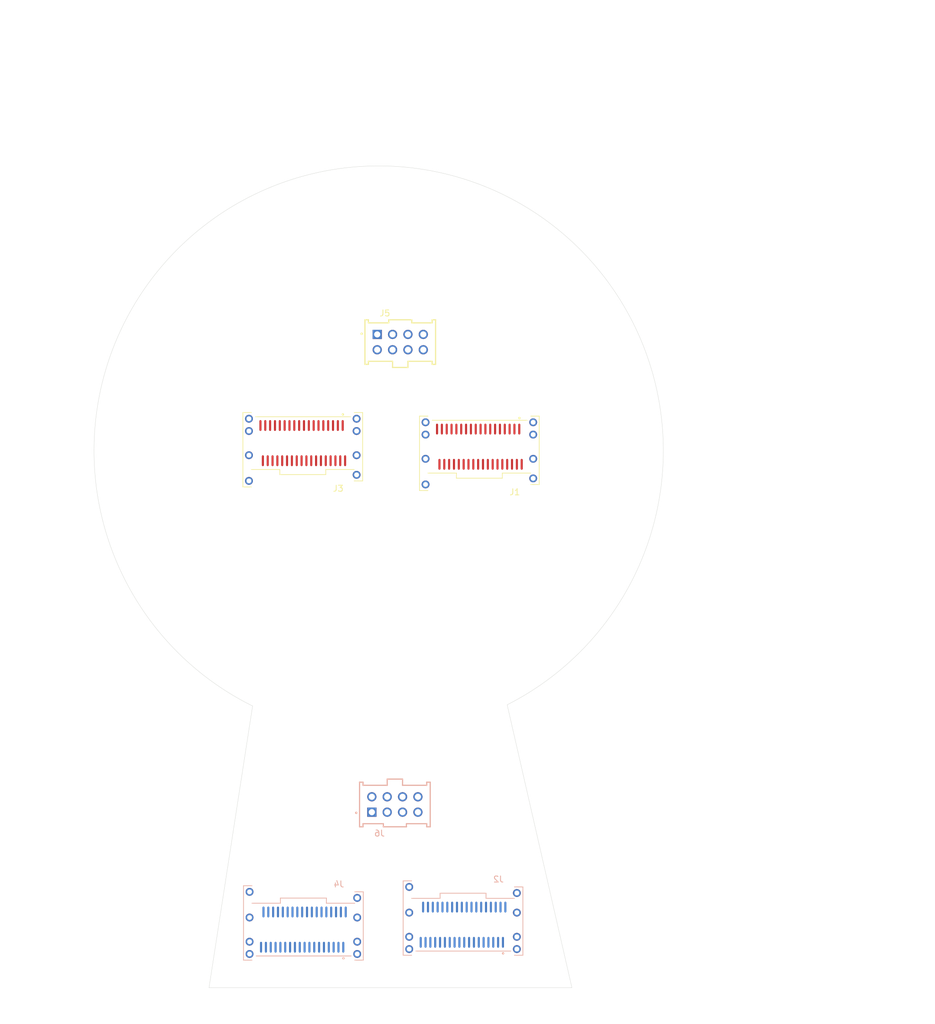
<source format=kicad_pcb>
(kicad_pcb (version 20241229) (generator "pcbnew") (generator_version "9.0")
  (layers (0 "F.Cu" signal "TopLayer") (4 "In1.Cu" signal "Inner1") (6 "In2.Cu" power "Inner2") (8 "In3.Cu" signal) (10 "In4.Cu" signal) (2 "B.Cu" signal "BottomLayer") (13 "F.Paste" user "TopPasteMaskLayer") (15 "B.Paste" user "BottomPasteMaskLayer") (5 "F.SilkS" user "TopSilkLayer") (7 "B.SilkS" user "BottomSilkLayer") (1 "F.Mask" user "TopSolderMaskLayer") (3 "B.Mask" user "BottomSolderMaskLayer") (25 "Edge.Cuts" user))
  (net 0 "")
  (net 1 "DGND")
  (net 2 "Test_point{0}_P")
  (net 3 "WORD_CLK_0a_P")
  (net 4 "SER_CLK_0a_P")
  (net 5 "DATA_OUT_1a_P")
  (net 6 "RD_CLK0a_P")
  (net 7 "WORD_CLK_1a_P")
  (net 8 "SER_CLK_1a_P")
  (net 9 "DATA_OUT_0a_P")
  (net 10 "ASIC_GR")
  (net 11 "SACI_CLK_P")
  (net 12 "ASIC{0}_SACI_SEL")
  (net 13 "ASIC_SampClkEn_P")
  (net 14 "SPARE_HR{0}_P")
  (net 15 "ASIC{0123}_DM_SN_IO")
  (net 16 "ASIC_SR0_P")
  (net 17 "SACI_CMD_P")
  (net 18 "SACI_RESP_P")
  (net 19 "ASIC_PULSE")
  (net 20 "/VDD1")
  (net 21 "AGND")
  (net 22 "/VDD2")
  (net 23 "Test_point{0}_N")
  (net 24 "RD_CLK0a_N")
  (net 25 "WORD_CLK_0a_N")
  (net 26 "DATA_OUT_1a_N")
  (net 27 "SER_CLK_0a_N")
  (net 28 "SER_CLK_1a_N")
  (net 29 "DATA_OUT_0a_N")
  (net 30 "WORD_CLK_1a_N")
  (net 31 "SPARE_HR{0}_N")
  (net 32 "SACI_RESP_N")
  (net 33 "ASIC_SampClkEn_N")
  (net 34 "SACI_CMD_N")
  (net 35 "SACI_CLK_N")
  (net 36 "ASIC_SR0_N")
  (footprint "lib:SAMTEC_IPL1-104-01-L-D-K" (layer "F.Cu") (at 99.12 65.3)
    (property "Reference" "J5" (at -2.535 -4.77 0) (layer "F.SilkS"))
    (property "Value" "IPL1-104-01-L-D-K")
    (fp_line (start -5.84 -3.685) (end -5.84 3.685) (stroke (width 0.2)) (layer "F.SilkS"))
    (fp_line (start -5.84 3.685) (end -5.27 3.685) (stroke (width 0.2)) (layer "F.SilkS"))
    (fp_line (start -5.27 -3.685) (end -5.84 -3.685) (stroke (width 0.2)) (layer "F.SilkS"))
    (fp_line (start -5.27 -3.175) (end -5.27 -3.685) (stroke (width 0.2)) (layer "F.SilkS"))
    (fp_line (start -5.27 3.175) (end -1.27 3.175) (stroke (width 0.2)) (layer "F.SilkS"))
    (fp_line (start -5.27 3.685) (end -5.27 3.175) (stroke (width 0.2)) (layer "F.SilkS"))
    (fp_line (start -1.905 -3.685) (end -1.905 -3.175) (stroke (width 0.2)) (layer "F.SilkS"))
    (fp_line (start -1.905 -3.175) (end -5.27 -3.175) (stroke (width 0.2)) (layer "F.SilkS"))
    (fp_line (start -1.27 3.175) (end -1.27 4.195) (stroke (width 0.2)) (layer "F.SilkS"))
    (fp_line (start -1.27 4.195) (end 1.27 4.195) (stroke (width 0.2)) (layer "F.SilkS"))
    (fp_line (start 1.27 3.175) (end 5.27 3.175) (stroke (width 0.2)) (layer "F.SilkS"))
    (fp_line (start 1.27 4.195) (end 1.27 3.175) (stroke (width 0.2)) (layer "F.SilkS"))
    (fp_line (start 1.905 -3.685) (end -1.905 -3.685) (stroke (width 0.2)) (layer "F.SilkS"))
    (fp_line (start 1.905 -3.175) (end 1.905 -3.685) (stroke (width 0.2)) (layer "F.SilkS"))
    (fp_line (start 5.27 -3.685) (end 5.27 -3.175) (stroke (width 0.2)) (layer "F.SilkS"))
    (fp_line (start 5.27 -3.175) (end 1.905 -3.175) (stroke (width 0.2)) (layer "F.SilkS"))
    (fp_line (start 5.27 3.175) (end 5.27 3.685) (stroke (width 0.2)) (layer "F.SilkS"))
    (fp_line (start 5.27 3.685) (end 5.84 3.685) (stroke (width 0.2)) (layer "F.SilkS"))
    (fp_line (start 5.84 -3.685) (end 5.27 -3.685) (stroke (width 0.2)) (layer "F.SilkS"))
    (fp_line (start 5.84 3.685) (end 5.84 -3.685) (stroke (width 0.2)) (layer "F.SilkS"))
    (fp_circle (center -6.39 -1.38) (end -6.29 -1.38) (stroke (width 0.2)) (fill no) (layer "F.SilkS"))
    (pad "01" thru_hole rect (at -3.81 -1.27) (size 1.53 1.53) (drill 1.02) (layers "*.Cu" "*.Mask") (net 21 "AGND"))
    (pad "02" thru_hole circle (at -1.27 -1.27) (size 1.53 1.53) (drill 1.02) (layers "*.Cu" "*.Mask") (net 21 "AGND"))
    (pad "03" thru_hole circle (at 1.27 -1.27) (size 1.53 1.53) (drill 1.02) (layers "*.Cu" "*.Mask") (net 21 "AGND"))
    (pad "04" thru_hole circle (at 3.81 -1.27) (size 1.53 1.53) (drill 1.02) (layers "*.Cu" "*.Mask") (net 21 "AGND"))
    (pad "05" thru_hole circle (at -3.81 1.27) (size 1.53 1.53) (drill 1.02) (layers "*.Cu" "*.Mask") (net 22 "/VDD2"))
    (pad "06" thru_hole circle (at -1.27 1.27) (size 1.53 1.53) (drill 1.02) (layers "*.Cu" "*.Mask") (net 22 "/VDD2"))
    (pad "07" thru_hole circle (at 1.27 1.27) (size 1.53 1.53) (drill 1.02) (layers "*.Cu" "*.Mask") (net 20 "/VDD1"))
    (pad "08" thru_hole circle (at 3.81 1.27) (size 1.53 1.53) (drill 1.02) (layers "*.Cu" "*.Mask") (net 20 "/VDD1"))
  )
  (footprint "Connector_SATA_SAS:SATA" (layer "F.Cu") (at 83 82 180)
    (property "Reference" "J3" (at -5.86251 -7.50645 180) (layer "F.SilkS") (effects (font (size 1.001795 1.001795))))
    (property "Value" "CONN_MINI_SAS_RCPT_36POS_SLD_SMD")
    (fp_line (start 9.9 5.05) (end 8.5 5.05) (stroke (width 0.127)) (layer "F.SilkS"))
    (fp_line (start 9.9 -7.25) (end 9.9 5.05) (stroke (width 0.127)) (layer "F.SilkS"))
    (fp_line (start 8.5 -4.36) (end 3.8 -4.36) (stroke (width 0.127)) (layer "F.SilkS"))
    (fp_line (start 8.5 -7.25) (end 9.9 -7.25) (stroke (width 0.127)) (layer "F.SilkS"))
    (fp_line (start 3.8 -5.207) (end 3.8 -4.36) (stroke (width 0.127)) (layer "F.SilkS"))
    (fp_line (start -3.8 -4.36) (end -3.8 -5.207) (stroke (width 0.127)) (layer "F.SilkS"))
    (fp_line (start -3.8 -4.36) (end -8.5 -4.36) (stroke (width 0.127)) (layer "F.SilkS"))
    (fp_line (start -3.8 -5.207) (end 3.8 -5.207) (stroke (width 0.127)) (layer "F.SilkS"))
    (fp_line (start -7.9 4.36) (end 7.8 4.36) (stroke (width 0.127)) (layer "F.SilkS"))
    (fp_line (start -8.5 5.05) (end -9.9 5.05) (stroke (width 0.127)) (layer "F.SilkS"))
    (fp_line (start -9.9 5.05) (end -9.9 -6.25) (stroke (width 0.127)) (layer "F.SilkS"))
    (fp_line (start -9.9 -6.25) (end -8.5 -6.25) (stroke (width 0.127)) (layer "F.SilkS"))
    (fp_circle (center -6.627 4.738) (end -6.527 4.738) (stroke (width 0.2)) (fill no) (layer "F.SilkS"))
    (pad "" np_thru_hole circle (at -8 0 180) (size 1.55 1.55) (drill 1.55) (layers "*.Cu" "*.Mask"))
    (pad "" np_thru_hole circle (at 8 0 180) (size 1.55 1.55) (drill 1.55) (layers "*.Cu" "*.Mask"))
    (pad "A1" smd oval (at -6.6 2.91 180) (size 0.35 1.8) (layers "F.Cu" "F.Mask" "F.Paste") (net 1 "DGND"))
    (pad "A2" smd oval (at -5.8 2.91 180) (size 0.35 1.8) (layers "F.Cu" "F.Mask" "F.Paste") (net 12 "ASIC{0}_SACI_SEL"))
    (pad "A3" smd oval (at -5 2.91 180) (size 0.35 1.8) (layers "F.Cu" "F.Mask" "F.Paste") (net 15 "ASIC{0123}_DM_SN_IO"))
    (pad "A4" smd oval (at -4.2 2.91 180) (size 0.35 1.8) (layers "F.Cu" "F.Mask" "F.Paste") (net 1 "DGND"))
    (pad "A5" smd oval (at -3.4 2.91 180) (size 0.35 1.8) (layers "F.Cu" "F.Mask" "F.Paste") (net 13 "ASIC_SampClkEn_P"))
    (pad "A6" smd oval (at -2.6 2.91 180) (size 0.35 1.8) (layers "F.Cu" "F.Mask" "F.Paste") (net 33 "ASIC_SampClkEn_N"))
    (pad "A7" smd oval (at -1.8 2.91 180) (size 0.35 1.8) (layers "F.Cu" "F.Mask" "F.Paste") (net 1 "DGND"))
    (pad "A8" smd oval (at -1 2.91 180) (size 0.35 1.8) (layers "F.Cu" "F.Mask" "F.Paste") (net 1 "DGND"))
    (pad "A9" smd oval (at -0.2 2.91 180) (size 0.35 1.8) (layers "F.Cu" "F.Mask" "F.Paste") (net 1 "DGND"))
    (pad "A10" smd oval (at 0.6 2.91 180) (size 0.35 1.8) (layers "F.Cu" "F.Mask" "F.Paste") (net 1 "DGND"))
    (pad "A11" smd oval (at 1.4 2.91 180) (size 0.35 1.8) (layers "F.Cu" "F.Mask" "F.Paste") (net 1 "DGND"))
    (pad "A12" smd oval (at 2.2 2.91 180) (size 0.35 1.8) (layers "F.Cu" "F.Mask" "F.Paste") (net 1 "DGND"))
    (pad "A13" smd oval (at 3 2.91 180) (size 0.35 1.8) (layers "F.Cu" "F.Mask" "F.Paste") (net 10 "ASIC_GR"))
    (pad "A14" smd oval (at 3.8 2.91 180) (size 0.35 1.8) (layers "F.Cu" "F.Mask" "F.Paste") (net 19 "ASIC_PULSE"))
    (pad "A15" smd oval (at 4.6 2.91 180) (size 0.35 1.8) (layers "F.Cu" "F.Mask" "F.Paste") (net 1 "DGND"))
    (pad "A16" smd oval (at 5.4 2.91 180) (size 0.35 1.8) (layers "F.Cu" "F.Mask" "F.Paste") (net 14 "SPARE_HR{0}_P"))
    (pad "A17" smd oval (at 6.2 2.91 180) (size 0.35 1.8) (layers "F.Cu" "F.Mask" "F.Paste") (net 31 "SPARE_HR{0}_N"))
    (pad "A18" smd oval (at 7 2.91 180) (size 0.35 1.8) (layers "F.Cu" "F.Mask" "F.Paste") (net 1 "DGND"))
    (pad "B1" smd oval (at -7 -2.91 180) (size 0.35 1.8) (layers "F.Cu" "F.Mask" "F.Paste") (net 1 "DGND"))
    (pad "B2" smd oval (at -6.2 -2.91 180) (size 0.35 1.8) (layers "F.Cu" "F.Mask" "F.Paste") (net 18 "SACI_RESP_P"))
    (pad "B3" smd oval (at -5.4 -2.91 180) (size 0.35 1.8) (layers "F.Cu" "F.Mask" "F.Paste") (net 32 "SACI_RESP_N"))
    (pad "B4" smd oval (at -4.6 -2.91 180) (size 0.35 1.8) (layers "F.Cu" "F.Mask" "F.Paste") (net 1 "DGND"))
    (pad "B5" smd oval (at -3.8 -2.91 180) (size 0.35 1.8) (layers "F.Cu" "F.Mask" "F.Paste") (net 17 "SACI_CMD_P"))
    (pad "B6" smd oval (at -3 -2.91 180) (size 0.35 1.8) (layers "F.Cu" "F.Mask" "F.Paste") (net 34 "SACI_CMD_N"))
    (pad "B7" smd oval (at -2.2 -2.91 180) (size 0.35 1.8) (layers "F.Cu" "F.Mask" "F.Paste") (net 1 "DGND"))
    (pad "B8" smd oval (at -1.4 -2.91 180) (size 0.35 1.8) (layers "F.Cu" "F.Mask" "F.Paste") (net 1 "DGND"))
    (pad "B9" smd oval (at -0.6 -2.91 180) (size 0.35 1.8) (layers "F.Cu" "F.Mask" "F.Paste") (net 1 "DGND"))
    (pad "B10" smd oval (at 0.2 -2.91 180) (size 0.35 1.8) (layers "F.Cu" "F.Mask" "F.Paste") (net 1 "DGND"))
    (pad "B11" smd oval (at 1 -2.91 180) (size 0.35 1.8) (layers "F.Cu" "F.Mask" "F.Paste") (net 1 "DGND"))
    (pad "B12" smd oval (at 1.8 -2.91 180) (size 0.35 1.8) (layers "F.Cu" "F.Mask" "F.Paste") (net 1 "DGND"))
    (pad "B13" smd oval (at 2.6 -2.91 180) (size 0.35 1.8) (layers "F.Cu" "F.Mask" "F.Paste") (net 11 "SACI_CLK_P"))
    (pad "B14" smd oval (at 3.4 -2.91 180) (size 0.35 1.8) (layers "F.Cu" "F.Mask" "F.Paste") (net 35 "SACI_CLK_N"))
    (pad "B15" smd oval (at 4.2 -2.91 180) (size 0.35 1.8) (layers "F.Cu" "F.Mask" "F.Paste") (net 1 "DGND"))
    (pad "B16" smd oval (at 5 -2.91 180) (size 0.35 1.8) (layers "F.Cu" "F.Mask" "F.Paste") (net 16 "ASIC_SR0_P"))
    (pad "B17" smd oval (at 5.8 -2.91 180) (size 0.35 1.8) (layers "F.Cu" "F.Mask" "F.Paste") (net 36 "ASIC_SR0_N"))
    (pad "B18" smd oval (at 6.6 -2.91 180) (size 0.35 1.8) (layers "F.Cu" "F.Mask" "F.Paste") (net 1 "DGND"))
    (pad "S1" thru_hole circle (at -8.9 -5.24 180) (size 1.308 1.308) (drill 0.8) (layers "*.Cu" "*.Mask"))
    (pad "S2" thru_hole circle (at -8.9 -2 180) (size 1.308 1.308) (drill 0.8) (layers "*.Cu" "*.Mask"))
    (pad "S3" thru_hole circle (at -8.9 2 180) (size 1.308 1.308) (drill 0.8) (layers "*.Cu" "*.Mask"))
    (pad "S4" thru_hole circle (at -8.9 4.03 180) (size 1.308 1.308) (drill 0.8) (layers "*.Cu" "*.Mask"))
    (pad "S5" thru_hole circle (at 8.9 4.03 180) (size 1.308 1.308) (drill 0.8) (layers "*.Cu" "*.Mask"))
    (pad "S6" thru_hole circle (at 8.9 2 180) (size 1.308 1.308) (drill 0.8) (layers "*.Cu" "*.Mask"))
    (pad "S7" thru_hole circle (at 8.9 -2 180) (size 1.308 1.308) (drill 0.8) (layers "*.Cu" "*.Mask"))
    (pad "S8" thru_hole circle (at 8.9 -6.24 180) (size 1.308 1.308) (drill 0.8) (layers "*.Cu" "*.Mask"))
  )
  (footprint "Connector_SATA_SAS:SATA" (layer "F.Cu") (at 112.2 82.59 180)
    (property "Reference" "J1" (at -5.86251 -7.50645 180) (layer "F.SilkS") (effects (font (size 1.001795 1.001795))))
    (property "Value" "CONN_MINI_SAS_RCPT_36POS_SLD_SMD")
    (fp_line (start 9.9 5.05) (end 8.5 5.05) (stroke (width 0.127)) (layer "F.SilkS"))
    (fp_line (start 9.9 -7.25) (end 9.9 5.05) (stroke (width 0.127)) (layer "F.SilkS"))
    (fp_line (start 8.5 -4.36) (end 3.8 -4.36) (stroke (width 0.127)) (layer "F.SilkS"))
    (fp_line (start 8.5 -7.25) (end 9.9 -7.25) (stroke (width 0.127)) (layer "F.SilkS"))
    (fp_line (start 3.8 -5.207) (end 3.8 -4.36) (stroke (width 0.127)) (layer "F.SilkS"))
    (fp_line (start -3.8 -4.36) (end -3.8 -5.207) (stroke (width 0.127)) (layer "F.SilkS"))
    (fp_line (start -3.8 -4.36) (end -8.5 -4.36) (stroke (width 0.127)) (layer "F.SilkS"))
    (fp_line (start -3.8 -5.207) (end 3.8 -5.207) (stroke (width 0.127)) (layer "F.SilkS"))
    (fp_line (start -7.9 4.36) (end 7.8 4.36) (stroke (width 0.127)) (layer "F.SilkS"))
    (fp_line (start -8.5 5.05) (end -9.9 5.05) (stroke (width 0.127)) (layer "F.SilkS"))
    (fp_line (start -9.9 5.05) (end -9.9 -6.25) (stroke (width 0.127)) (layer "F.SilkS"))
    (fp_line (start -9.9 -6.25) (end -8.5 -6.25) (stroke (width 0.127)) (layer "F.SilkS"))
    (fp_circle (center -6.627 4.738) (end -6.527 4.738) (stroke (width 0.2)) (fill no) (layer "F.SilkS"))
    (pad "" np_thru_hole circle (at -8 0 180) (size 1.55 1.55) (drill 1.55) (layers "*.Cu" "*.Mask"))
    (pad "" np_thru_hole circle (at 8 0 180) (size 1.55 1.55) (drill 1.55) (layers "*.Cu" "*.Mask"))
    (pad "A1" smd oval (at -6.6 2.91 180) (size 0.35 1.8) (layers "F.Cu" "F.Mask" "F.Paste") (net 1 "DGND"))
    (pad "A2" smd oval (at -5.8 2.91 180) (size 0.35 1.8) (layers "F.Cu" "F.Mask" "F.Paste") (net 5 "DATA_OUT_1a_P"))
    (pad "A3" smd oval (at -5 2.91 180) (size 0.35 1.8) (layers "F.Cu" "F.Mask" "F.Paste") (net 26 "DATA_OUT_1a_N"))
    (pad "A4" smd oval (at -4.2 2.91 180) (size 0.35 1.8) (layers "F.Cu" "F.Mask" "F.Paste") (net 1 "DGND"))
    (pad "A5" smd oval (at -3.4 2.91 180) (size 0.35 1.8) (layers "F.Cu" "F.Mask" "F.Paste") (net 8 "SER_CLK_1a_P"))
    (pad "A6" smd oval (at -2.6 2.91 180) (size 0.35 1.8) (layers "F.Cu" "F.Mask" "F.Paste") (net 28 "SER_CLK_1a_N"))
    (pad "A7" smd oval (at -1.8 2.91 180) (size 0.35 1.8) (layers "F.Cu" "F.Mask" "F.Paste") (net 1 "DGND"))
    (pad "A8" smd oval (at -1 2.91 180) (size 0.35 1.8) (layers "F.Cu" "F.Mask" "F.Paste") (net 1 "DGND"))
    (pad "A9" smd oval (at -0.2 2.91 180) (size 0.35 1.8) (layers "F.Cu" "F.Mask" "F.Paste") (net 1 "DGND"))
    (pad "A10" smd oval (at 0.6 2.91 180) (size 0.35 1.8) (layers "F.Cu" "F.Mask" "F.Paste") (net 1 "DGND"))
    (pad "A11" smd oval (at 1.4 2.91 180) (size 0.35 1.8) (layers "F.Cu" "F.Mask" "F.Paste") (net 1 "DGND"))
    (pad "A12" smd oval (at 2.2 2.91 180) (size 0.35 1.8) (layers "F.Cu" "F.Mask" "F.Paste") (net 1 "DGND"))
    (pad "A13" smd oval (at 3 2.91 180) (size 0.35 1.8) (layers "F.Cu" "F.Mask" "F.Paste") (net 7 "WORD_CLK_1a_P"))
    (pad "A14" smd oval (at 3.8 2.91 180) (size 0.35 1.8) (layers "F.Cu" "F.Mask" "F.Paste") (net 30 "WORD_CLK_1a_N"))
    (pad "A15" smd oval (at 4.6 2.91 180) (size 0.35 1.8) (layers "F.Cu" "F.Mask" "F.Paste") (net 1 "DGND"))
    (pad "A16" smd oval (at 5.4 2.91 180) (size 0.35 1.8) (layers "F.Cu" "F.Mask" "F.Paste") (net 2 "Test_point{0}_P"))
    (pad "A17" smd oval (at 6.2 2.91 180) (size 0.35 1.8) (layers "F.Cu" "F.Mask" "F.Paste") (net 23 "Test_point{0}_N"))
    (pad "A18" smd oval (at 7 2.91 180) (size 0.35 1.8) (layers "F.Cu" "F.Mask" "F.Paste") (net 1 "DGND"))
    (pad "B1" smd oval (at -7 -2.91 180) (size 0.35 1.8) (layers "F.Cu" "F.Mask" "F.Paste") (net 1 "DGND"))
    (pad "B2" smd oval (at -6.2 -2.91 180) (size 0.35 1.8) (layers "F.Cu" "F.Mask" "F.Paste") (net 9 "DATA_OUT_0a_P"))
    (pad "B3" smd oval (at -5.4 -2.91 180) (size 0.35 1.8) (layers "F.Cu" "F.Mask" "F.Paste") (net 29 "DATA_OUT_0a_N"))
    (pad "B4" smd oval (at -4.6 -2.91 180) (size 0.35 1.8) (layers "F.Cu" "F.Mask" "F.Paste") (net 1 "DGND"))
    (pad "B5" smd oval (at -3.8 -2.91 180) (size 0.35 1.8) (layers "F.Cu" "F.Mask" "F.Paste") (net 4 "SER_CLK_0a_P"))
    (pad "B6" smd oval (at -3 -2.91 180) (size 0.35 1.8) (layers "F.Cu" "F.Mask" "F.Paste") (net 27 "SER_CLK_0a_N"))
    (pad "B7" smd oval (at -2.2 -2.91 180) (size 0.35 1.8) (layers "F.Cu" "F.Mask" "F.Paste") (net 1 "DGND"))
    (pad "B8" smd oval (at -1.4 -2.91 180) (size 0.35 1.8) (layers "F.Cu" "F.Mask" "F.Paste") (net 1 "DGND"))
    (pad "B9" smd oval (at -0.6 -2.91 180) (size 0.35 1.8) (layers "F.Cu" "F.Mask" "F.Paste") (net 1 "DGND"))
    (pad "B10" smd oval (at 0.2 -2.91 180) (size 0.35 1.8) (layers "F.Cu" "F.Mask" "F.Paste") (net 1 "DGND"))
    (pad "B11" smd oval (at 1 -2.91 180) (size 0.35 1.8) (layers "F.Cu" "F.Mask" "F.Paste") (net 1 "DGND"))
    (pad "B12" smd oval (at 1.8 -2.91 180) (size 0.35 1.8) (layers "F.Cu" "F.Mask" "F.Paste") (net 1 "DGND"))
    (pad "B13" smd oval (at 2.6 -2.91 180) (size 0.35 1.8) (layers "F.Cu" "F.Mask" "F.Paste") (net 3 "WORD_CLK_0a_P"))
    (pad "B14" smd oval (at 3.4 -2.91 180) (size 0.35 1.8) (layers "F.Cu" "F.Mask" "F.Paste") (net 25 "WORD_CLK_0a_N"))
    (pad "B15" smd oval (at 4.2 -2.91 180) (size 0.35 1.8) (layers "F.Cu" "F.Mask" "F.Paste") (net 1 "DGND"))
    (pad "B16" smd oval (at 5 -2.91 180) (size 0.35 1.8) (layers "F.Cu" "F.Mask" "F.Paste") (net 6 "RD_CLK0a_P"))
    (pad "B17" smd oval (at 5.8 -2.91 180) (size 0.35 1.8) (layers "F.Cu" "F.Mask" "F.Paste") (net 24 "RD_CLK0a_N"))
    (pad "B18" smd oval (at 6.6 -2.91 180) (size 0.35 1.8) (layers "F.Cu" "F.Mask" "F.Paste") (net 1 "DGND"))
    (pad "S1" thru_hole circle (at -8.9 -5.24 180) (size 1.308 1.308) (drill 0.8) (layers "*.Cu" "*.Mask"))
    (pad "S2" thru_hole circle (at -8.9 -2 180) (size 1.308 1.308) (drill 0.8) (layers "*.Cu" "*.Mask"))
    (pad "S3" thru_hole circle (at -8.9 2 180) (size 1.308 1.308) (drill 0.8) (layers "*.Cu" "*.Mask"))
    (pad "S4" thru_hole circle (at -8.9 4.03 180) (size 1.308 1.308) (drill 0.8) (layers "*.Cu" "*.Mask"))
    (pad "S5" thru_hole circle (at 8.9 4.03 180) (size 1.308 1.308) (drill 0.8) (layers "*.Cu" "*.Mask"))
    (pad "S6" thru_hole circle (at 8.9 2 180) (size 1.308 1.308) (drill 0.8) (layers "*.Cu" "*.Mask"))
    (pad "S7" thru_hole circle (at 8.9 -2 180) (size 1.308 1.308) (drill 0.8) (layers "*.Cu" "*.Mask"))
    (pad "S8" thru_hole circle (at 8.9 -6.24 180) (size 1.308 1.308) (drill 0.8) (layers "*.Cu" "*.Mask"))
  )
  (footprint "MountingHole:MountingHole_3mm" (layer "F.Cu") (at 98.7 99.15)
    (property "Reference" "REF**" (hide yes))
    (property "Value" "MountingHole_3mm")
    (pad "" np_thru_hole circle (at 0 0) (size 3 3) (drill 3) (layers "*.Cu" "*.Mask"))
  )
  (footprint "Connector_SATA_SAS:SATA" (layer "B.Cu") (at 83.1 162.41 180)
    (property "Reference" "J4" (at -5.86251 7.50645 0) (layer "B.SilkS") (effects (font (size 1.001795 1.001795)) (justify mirror)))
    (property "Value" "CONN_MINI_SAS_RCPT_36POS_SLD_SMD")
    (fp_line (start 9.9 7.25) (end 9.9 -5.05) (stroke (width 0.127)) (layer "B.SilkS"))
    (fp_line (start 9.9 -5.05) (end 8.5 -5.05) (stroke (width 0.127)) (layer "B.SilkS"))
    (fp_line (start 8.5 7.25) (end 9.9 7.25) (stroke (width 0.127)) (layer "B.SilkS"))
    (fp_line (start 8.5 4.36) (end 3.8 4.36) (stroke (width 0.127)) (layer "B.SilkS"))
    (fp_line (start 3.8 5.207) (end 3.8 4.36) (stroke (width 0.127)) (layer "B.SilkS"))
    (fp_line (start -3.8 5.207) (end 3.8 5.207) (stroke (width 0.127)) (layer "B.SilkS"))
    (fp_line (start -3.8 4.36) (end -3.8 5.207) (stroke (width 0.127)) (layer "B.SilkS"))
    (fp_line (start -3.8 4.36) (end -8.5 4.36) (stroke (width 0.127)) (layer "B.SilkS"))
    (fp_line (start -7.9 -4.36) (end 7.8 -4.36) (stroke (width 0.127)) (layer "B.SilkS"))
    (fp_line (start -8.5 -5.05) (end -9.9 -5.05) (stroke (width 0.127)) (layer "B.SilkS"))
    (fp_line (start -9.9 6.25) (end -8.5 6.25) (stroke (width 0.127)) (layer "B.SilkS"))
    (fp_line (start -9.9 -5.05) (end -9.9 6.25) (stroke (width 0.127)) (layer "B.SilkS"))
    (fp_circle (center -6.627 -4.738) (end -6.527 -4.738) (stroke (width 0.2)) (fill no) (layer "B.SilkS"))
    (pad "" np_thru_hole circle (at -8 0 180) (size 1.55 1.55) (drill 1.55) (layers "*.Cu" "*.Mask"))
    (pad "" np_thru_hole circle (at 8 0 180) (size 1.55 1.55) (drill 1.55) (layers "*.Cu" "*.Mask"))
    (pad "A1" smd oval (at -6.6 -2.91 180) (size 0.35 1.8) (layers "B.Cu" "B.Mask" "B.Paste") (net 1 "DGND"))
    (pad "A2" smd oval (at -5.8 -2.91 180) (size 0.35 1.8) (layers "B.Cu" "B.Mask" "B.Paste") (net 12 "ASIC{0}_SACI_SEL"))
    (pad "A3" smd oval (at -5 -2.91 180) (size 0.35 1.8) (layers "B.Cu" "B.Mask" "B.Paste") (net 15 "ASIC{0123}_DM_SN_IO"))
    (pad "A4" smd oval (at -4.2 -2.91 180) (size 0.35 1.8) (layers "B.Cu" "B.Mask" "B.Paste") (net 1 "DGND"))
    (pad "A5" smd oval (at -3.4 -2.91 180) (size 0.35 1.8) (layers "B.Cu" "B.Mask" "B.Paste") (net 13 "ASIC_SampClkEn_P"))
    (pad "A6" smd oval (at -2.6 -2.91 180) (size 0.35 1.8) (layers "B.Cu" "B.Mask" "B.Paste") (net 33 "ASIC_SampClkEn_N"))
    (pad "A7" smd oval (at -1.8 -2.91 180) (size 0.35 1.8) (layers "B.Cu" "B.Mask" "B.Paste") (net 1 "DGND"))
    (pad "A8" smd oval (at -1 -2.91 180) (size 0.35 1.8) (layers "B.Cu" "B.Mask" "B.Paste") (net 1 "DGND"))
    (pad "A9" smd oval (at -0.2 -2.91 180) (size 0.35 1.8) (layers "B.Cu" "B.Mask" "B.Paste") (net 1 "DGND"))
    (pad "A10" smd oval (at 0.6 -2.91 180) (size 0.35 1.8) (layers "B.Cu" "B.Mask" "B.Paste") (net 1 "DGND"))
    (pad "A11" smd oval (at 1.4 -2.91 180) (size 0.35 1.8) (layers "B.Cu" "B.Mask" "B.Paste") (net 1 "DGND"))
    (pad "A12" smd oval (at 2.2 -2.91 180) (size 0.35 1.8) (layers "B.Cu" "B.Mask" "B.Paste") (net 1 "DGND"))
    (pad "A13" smd oval (at 3 -2.91 180) (size 0.35 1.8) (layers "B.Cu" "B.Mask" "B.Paste") (net 10 "ASIC_GR"))
    (pad "A14" smd oval (at 3.8 -2.91 180) (size 0.35 1.8) (layers "B.Cu" "B.Mask" "B.Paste") (net 19 "ASIC_PULSE"))
    (pad "A15" smd oval (at 4.6 -2.91 180) (size 0.35 1.8) (layers "B.Cu" "B.Mask" "B.Paste") (net 1 "DGND"))
    (pad "A16" smd oval (at 5.4 -2.91 180) (size 0.35 1.8) (layers "B.Cu" "B.Mask" "B.Paste") (net 14 "SPARE_HR{0}_P"))
    (pad "A17" smd oval (at 6.2 -2.91 180) (size 0.35 1.8) (layers "B.Cu" "B.Mask" "B.Paste") (net 31 "SPARE_HR{0}_N"))
    (pad "A18" smd oval (at 7 -2.91 180) (size 0.35 1.8) (layers "B.Cu" "B.Mask" "B.Paste") (net 1 "DGND"))
    (pad "B1" smd oval (at -7 2.91 180) (size 0.35 1.8) (layers "B.Cu" "B.Mask" "B.Paste") (net 1 "DGND"))
    (pad "B2" smd oval (at -6.2 2.91 180) (size 0.35 1.8) (layers "B.Cu" "B.Mask" "B.Paste") (net 18 "SACI_RESP_P"))
    (pad "B3" smd oval (at -5.4 2.91 180) (size 0.35 1.8) (layers "B.Cu" "B.Mask" "B.Paste") (net 32 "SACI_RESP_N"))
    (pad "B4" smd oval (at -4.6 2.91 180) (size 0.35 1.8) (layers "B.Cu" "B.Mask" "B.Paste") (net 1 "DGND"))
    (pad "B5" smd oval (at -3.8 2.91 180) (size 0.35 1.8) (layers "B.Cu" "B.Mask" "B.Paste") (net 17 "SACI_CMD_P"))
    (pad "B6" smd oval (at -3 2.91 180) (size 0.35 1.8) (layers "B.Cu" "B.Mask" "B.Paste") (net 34 "SACI_CMD_N"))
    (pad "B7" smd oval (at -2.2 2.91 180) (size 0.35 1.8) (layers "B.Cu" "B.Mask" "B.Paste") (net 1 "DGND"))
    (pad "B8" smd oval (at -1.4 2.91 180) (size 0.35 1.8) (layers "B.Cu" "B.Mask" "B.Paste") (net 1 "DGND"))
    (pad "B9" smd oval (at -0.6 2.91 180) (size 0.35 1.8) (layers "B.Cu" "B.Mask" "B.Paste") (net 1 "DGND"))
    (pad "B10" smd oval (at 0.2 2.91 180) (size 0.35 1.8) (layers "B.Cu" "B.Mask" "B.Paste") (net 1 "DGND"))
    (pad "B11" smd oval (at 1 2.91 180) (size 0.35 1.8) (layers "B.Cu" "B.Mask" "B.Paste") (net 1 "DGND"))
    (pad "B12" smd oval (at 1.8 2.91 180) (size 0.35 1.8) (layers "B.Cu" "B.Mask" "B.Paste") (net 1 "DGND"))
    (pad "B13" smd oval (at 2.6 2.91 180) (size 0.35 1.8) (layers "B.Cu" "B.Mask" "B.Paste") (net 11 "SACI_CLK_P"))
    (pad "B14" smd oval (at 3.4 2.91 180) (size 0.35 1.8) (layers "B.Cu" "B.Mask" "B.Paste") (net 35 "SACI_CLK_N"))
    (pad "B15" smd oval (at 4.2 2.91 180) (size 0.35 1.8) (layers "B.Cu" "B.Mask" "B.Paste") (net 1 "DGND"))
    (pad "B16" smd oval (at 5 2.91 180) (size 0.35 1.8) (layers "B.Cu" "B.Mask" "B.Paste") (net 16 "ASIC_SR0_P"))
    (pad "B17" smd oval (at 5.8 2.91 180) (size 0.35 1.8) (layers "B.Cu" "B.Mask" "B.Paste") (net 36 "ASIC_SR0_N"))
    (pad "B18" smd oval (at 6.6 2.91 180) (size 0.35 1.8) (layers "B.Cu" "B.Mask" "B.Paste") (net 1 "DGND"))
    (pad "S1" thru_hole circle (at -8.9 5.24 180) (size 1.308 1.308) (drill 0.8) (layers "*.Cu" "*.Mask"))
    (pad "S2" thru_hole circle (at -8.9 2 180) (size 1.308 1.308) (drill 0.8) (layers "*.Cu" "*.Mask"))
    (pad "S3" thru_hole circle (at -8.9 -2 180) (size 1.308 1.308) (drill 0.8) (layers "*.Cu" "*.Mask"))
    (pad "S4" thru_hole circle (at -8.9 -4.03 180) (size 1.308 1.308) (drill 0.8) (layers "*.Cu" "*.Mask"))
    (pad "S5" thru_hole circle (at 8.9 -4.03 180) (size 1.308 1.308) (drill 0.8) (layers "*.Cu" "*.Mask"))
    (pad "S6" thru_hole circle (at 8.9 -2 180) (size 1.308 1.308) (drill 0.8) (layers "*.Cu" "*.Mask"))
    (pad "S7" thru_hole circle (at 8.9 2 180) (size 1.308 1.308) (drill 0.8) (layers "*.Cu" "*.Mask"))
    (pad "S8" thru_hole circle (at 8.9 6.24 180) (size 1.308 1.308) (drill 0.8) (layers "*.Cu" "*.Mask"))
  )
  (footprint "Connector_SATA_SAS:SATA" (layer "B.Cu") (at 109.5 161.6 180)
    (property "Reference" "J2" (at -5.86251 7.50645 0) (layer "B.SilkS") (effects (font (size 1.001795 1.001795)) (justify mirror)))
    (property "Value" "CONN_MINI_SAS_RCPT_36POS_SLD_SMD")
    (fp_line (start 9.9 7.25) (end 9.9 -5.05) (stroke (width 0.127)) (layer "B.SilkS"))
    (fp_line (start 9.9 -5.05) (end 8.5 -5.05) (stroke (width 0.127)) (layer "B.SilkS"))
    (fp_line (start 8.5 7.25) (end 9.9 7.25) (stroke (width 0.127)) (layer "B.SilkS"))
    (fp_line (start 8.5 4.36) (end 3.8 4.36) (stroke (width 0.127)) (layer "B.SilkS"))
    (fp_line (start 3.8 5.207) (end 3.8 4.36) (stroke (width 0.127)) (layer "B.SilkS"))
    (fp_line (start -3.8 5.207) (end 3.8 5.207) (stroke (width 0.127)) (layer "B.SilkS"))
    (fp_line (start -3.8 4.36) (end -3.8 5.207) (stroke (width 0.127)) (layer "B.SilkS"))
    (fp_line (start -3.8 4.36) (end -8.5 4.36) (stroke (width 0.127)) (layer "B.SilkS"))
    (fp_line (start -7.9 -4.36) (end 7.8 -4.36) (stroke (width 0.127)) (layer "B.SilkS"))
    (fp_line (start -8.5 -5.05) (end -9.9 -5.05) (stroke (width 0.127)) (layer "B.SilkS"))
    (fp_line (start -9.9 6.25) (end -8.5 6.25) (stroke (width 0.127)) (layer "B.SilkS"))
    (fp_line (start -9.9 -5.05) (end -9.9 6.25) (stroke (width 0.127)) (layer "B.SilkS"))
    (fp_circle (center -6.627 -4.738) (end -6.527 -4.738) (stroke (width 0.2)) (fill no) (layer "B.SilkS"))
    (pad "" np_thru_hole circle (at -8 0 180) (size 1.55 1.55) (drill 1.55) (layers "*.Cu" "*.Mask"))
    (pad "" np_thru_hole circle (at 8 0 180) (size 1.55 1.55) (drill 1.55) (layers "*.Cu" "*.Mask"))
    (pad "A1" smd oval (at -6.6 -2.91 180) (size 0.35 1.8) (layers "B.Cu" "B.Mask" "B.Paste") (net 1 "DGND"))
    (pad "A2" smd oval (at -5.8 -2.91 180) (size 0.35 1.8) (layers "B.Cu" "B.Mask" "B.Paste") (net 5 "DATA_OUT_1a_P"))
    (pad "A3" smd oval (at -5 -2.91 180) (size 0.35 1.8) (layers "B.Cu" "B.Mask" "B.Paste") (net 26 "DATA_OUT_1a_N"))
    (pad "A4" smd oval (at -4.2 -2.91 180) (size 0.35 1.8) (layers "B.Cu" "B.Mask" "B.Paste") (net 1 "DGND"))
    (pad "A5" smd oval (at -3.4 -2.91 180) (size 0.35 1.8) (layers "B.Cu" "B.Mask" "B.Paste") (net 8 "SER_CLK_1a_P"))
    (pad "A6" smd oval (at -2.6 -2.91 180) (size 0.35 1.8) (layers "B.Cu" "B.Mask" "B.Paste") (net 28 "SER_CLK_1a_N"))
    (pad "A7" smd oval (at -1.8 -2.91 180) (size 0.35 1.8) (layers "B.Cu" "B.Mask" "B.Paste") (net 1 "DGND"))
    (pad "A8" smd oval (at -1 -2.91 180) (size 0.35 1.8) (layers "B.Cu" "B.Mask" "B.Paste") (net 1 "DGND"))
    (pad "A9" smd oval (at -0.2 -2.91 180) (size 0.35 1.8) (layers "B.Cu" "B.Mask" "B.Paste") (net 1 "DGND"))
    (pad "A10" smd oval (at 0.6 -2.91 180) (size 0.35 1.8) (layers "B.Cu" "B.Mask" "B.Paste") (net 1 "DGND"))
    (pad "A11" smd oval (at 1.4 -2.91 180) (size 0.35 1.8) (layers "B.Cu" "B.Mask" "B.Paste") (net 1 "DGND"))
    (pad "A12" smd oval (at 2.2 -2.91 180) (size 0.35 1.8) (layers "B.Cu" "B.Mask" "B.Paste") (net 1 "DGND"))
    (pad "A13" smd oval (at 3 -2.91 180) (size 0.35 1.8) (layers "B.Cu" "B.Mask" "B.Paste") (net 7 "WORD_CLK_1a_P"))
    (pad "A14" smd oval (at 3.8 -2.91 180) (size 0.35 1.8) (layers "B.Cu" "B.Mask" "B.Paste") (net 30 "WORD_CLK_1a_N"))
    (pad "A15" smd oval (at 4.6 -2.91 180) (size 0.35 1.8) (layers "B.Cu" "B.Mask" "B.Paste") (net 1 "DGND"))
    (pad "A16" smd oval (at 5.4 -2.91 180) (size 0.35 1.8) (layers "B.Cu" "B.Mask" "B.Paste") (net 2 "Test_point{0}_P"))
    (pad "A17" smd oval (at 6.2 -2.91 180) (size 0.35 1.8) (layers "B.Cu" "B.Mask" "B.Paste") (net 23 "Test_point{0}_N"))
    (pad "A18" smd oval (at 7 -2.91 180) (size 0.35 1.8) (layers "B.Cu" "B.Mask" "B.Paste") (net 1 "DGND"))
    (pad "B1" smd oval (at -7 2.91 180) (size 0.35 1.8) (layers "B.Cu" "B.Mask" "B.Paste") (net 1 "DGND"))
    (pad "B2" smd oval (at -6.2 2.91 180) (size 0.35 1.8) (layers "B.Cu" "B.Mask" "B.Paste") (net 9 "DATA_OUT_0a_P"))
    (pad "B3" smd oval (at -5.4 2.91 180) (size 0.35 1.8) (layers "B.Cu" "B.Mask" "B.Paste") (net 29 "DATA_OUT_0a_N"))
    (pad "B4" smd oval (at -4.6 2.91 180) (size 0.35 1.8) (layers "B.Cu" "B.Mask" "B.Paste") (net 1 "DGND"))
    (pad "B5" smd oval (at -3.8 2.91 180) (size 0.35 1.8) (layers "B.Cu" "B.Mask" "B.Paste") (net 4 "SER_CLK_0a_P"))
    (pad "B6" smd oval (at -3 2.91 180) (size 0.35 1.8) (layers "B.Cu" "B.Mask" "B.Paste") (net 27 "SER_CLK_0a_N"))
    (pad "B7" smd oval (at -2.2 2.91 180) (size 0.35 1.8) (layers "B.Cu" "B.Mask" "B.Paste") (net 1 "DGND"))
    (pad "B8" smd oval (at -1.4 2.91 180) (size 0.35 1.8) (layers "B.Cu" "B.Mask" "B.Paste") (net 1 "DGND"))
    (pad "B9" smd oval (at -0.6 2.91 180) (size 0.35 1.8) (layers "B.Cu" "B.Mask" "B.Paste") (net 1 "DGND"))
    (pad "B10" smd oval (at 0.2 2.91 180) (size 0.35 1.8) (layers "B.Cu" "B.Mask" "B.Paste") (net 1 "DGND"))
    (pad "B11" smd oval (at 1 2.91 180) (size 0.35 1.8) (layers "B.Cu" "B.Mask" "B.Paste") (net 1 "DGND"))
    (pad "B12" smd oval (at 1.8 2.91 180) (size 0.35 1.8) (layers "B.Cu" "B.Mask" "B.Paste") (net 1 "DGND"))
    (pad "B13" smd oval (at 2.6 2.91 180) (size 0.35 1.8) (layers "B.Cu" "B.Mask" "B.Paste") (net 3 "WORD_CLK_0a_P"))
    (pad "B14" smd oval (at 3.4 2.91 180) (size 0.35 1.8) (layers "B.Cu" "B.Mask" "B.Paste") (net 25 "WORD_CLK_0a_N"))
    (pad "B15" smd oval (at 4.2 2.91 180) (size 0.35 1.8) (layers "B.Cu" "B.Mask" "B.Paste") (net 1 "DGND"))
    (pad "B16" smd oval (at 5 2.91 180) (size 0.35 1.8) (layers "B.Cu" "B.Mask" "B.Paste") (net 6 "RD_CLK0a_P"))
    (pad "B17" smd oval (at 5.8 2.91 180) (size 0.35 1.8) (layers "B.Cu" "B.Mask" "B.Paste") (net 24 "RD_CLK0a_N"))
    (pad "B18" smd oval (at 6.6 2.91 180) (size 0.35 1.8) (layers "B.Cu" "B.Mask" "B.Paste") (net 1 "DGND"))
    (pad "S1" thru_hole circle (at -8.9 5.24 180) (size 1.308 1.308) (drill 0.8) (layers "*.Cu" "*.Mask"))
    (pad "S2" thru_hole circle (at -8.9 2 180) (size 1.308 1.308) (drill 0.8) (layers "*.Cu" "*.Mask"))
    (pad "S3" thru_hole circle (at -8.9 -2 180) (size 1.308 1.308) (drill 0.8) (layers "*.Cu" "*.Mask"))
    (pad "S4" thru_hole circle (at -8.9 -4.03 180) (size 1.308 1.308) (drill 0.8) (layers "*.Cu" "*.Mask"))
    (pad "S5" thru_hole circle (at 8.9 -4.03 180) (size 1.308 1.308) (drill 0.8) (layers "*.Cu" "*.Mask"))
    (pad "S6" thru_hole circle (at 8.9 -2 180) (size 1.308 1.308) (drill 0.8) (layers "*.Cu" "*.Mask"))
    (pad "S7" thru_hole circle (at 8.9 2 180) (size 1.308 1.308) (drill 0.8) (layers "*.Cu" "*.Mask"))
    (pad "S8" thru_hole circle (at 8.9 6.24 180) (size 1.308 1.308) (drill 0.8) (layers "*.Cu" "*.Mask"))
  )
  (footprint "lib:SAMTEC_IPL1-104-01-L-D-K" (layer "B.Cu") (at 98.23 141.73)
    (property "Reference" "J6" (at -2.535 4.77 180) (layer "B.SilkS") (effects (justify mirror)))
    (property "Value" "IPL1-104-01-L-D-K")
    (fp_line (start -5.84 -3.685) (end -5.27 -3.685) (stroke (width 0.2)) (layer "B.SilkS"))
    (fp_line (start -5.84 3.685) (end -5.84 -3.685) (stroke (width 0.2)) (layer "B.SilkS"))
    (fp_line (start -5.27 -3.685) (end -5.27 -3.175) (stroke (width 0.2)) (layer "B.SilkS"))
    (fp_line (start -5.27 -3.175) (end -1.27 -3.175) (stroke (width 0.2)) (layer "B.SilkS"))
    (fp_line (start -5.27 3.175) (end -5.27 3.685) (stroke (width 0.2)) (layer "B.SilkS"))
    (fp_line (start -5.27 3.685) (end -5.84 3.685) (stroke (width 0.2)) (layer "B.SilkS"))
    (fp_line (start -1.905 3.175) (end -5.27 3.175) (stroke (width 0.2)) (layer "B.SilkS"))
    (fp_line (start -1.905 3.685) (end -1.905 3.175) (stroke (width 0.2)) (layer "B.SilkS"))
    (fp_line (start -1.27 -4.195) (end 1.27 -4.195) (stroke (width 0.2)) (layer "B.SilkS"))
    (fp_line (start -1.27 -3.175) (end -1.27 -4.195) (stroke (width 0.2)) (layer "B.SilkS"))
    (fp_line (start 1.27 -4.195) (end 1.27 -3.175) (stroke (width 0.2)) (layer "B.SilkS"))
    (fp_line (start 1.27 -3.175) (end 5.27 -3.175) (stroke (width 0.2)) (layer "B.SilkS"))
    (fp_line (start 1.905 3.175) (end 1.905 3.685) (stroke (width 0.2)) (layer "B.SilkS"))
    (fp_line (start 1.905 3.685) (end -1.905 3.685) (stroke (width 0.2)) (layer "B.SilkS"))
    (fp_line (start 5.27 -3.685) (end 5.84 -3.685) (stroke (width 0.2)) (layer "B.SilkS"))
    (fp_line (start 5.27 -3.175) (end 5.27 -3.685) (stroke (width 0.2)) (layer "B.SilkS"))
    (fp_line (start 5.27 3.175) (end 1.905 3.175) (stroke (width 0.2)) (layer "B.SilkS"))
    (fp_line (start 5.27 3.685) (end 5.27 3.175) (stroke (width 0.2)) (layer "B.SilkS"))
    (fp_line (start 5.84 -3.685) (end 5.84 3.685) (stroke (width 0.2)) (layer "B.SilkS"))
    (fp_line (start 5.84 3.685) (end 5.27 3.685) (stroke (width 0.2)) (layer "B.SilkS"))
    (fp_circle (center -6.39 1.38) (end -6.29 1.38) (stroke (width 0.2)) (fill no) (layer "B.SilkS"))
    (pad "01" thru_hole rect (at -3.81 1.27) (size 1.53 1.53) (drill 1.02) (layers "*.Cu" "*.Mask") (net 21 "AGND"))
    (pad "02" thru_hole circle (at -1.27 1.27) (size 1.53 1.53) (drill 1.02) (layers "*.Cu" "*.Mask") (net 21 "AGND"))
    (pad "03" thru_hole circle (at 1.27 1.27) (size 1.53 1.53) (drill 1.02) (layers "*.Cu" "*.Mask") (net 21 "AGND"))
    (pad "04" thru_hole circle (at 3.81 1.27) (size 1.53 1.53) (drill 1.02) (layers "*.Cu" "*.Mask") (net 21 "AGND"))
    (pad "05" thru_hole circle (at -3.81 -1.27) (size 1.53 1.53) (drill 1.02) (layers "*.Cu" "*.Mask") (net 22 "/VDD2"))
    (pad "06" thru_hole circle (at -1.27 -1.27) (size 1.53 1.53) (drill 1.02) (layers "*.Cu" "*.Mask") (net 22 "/VDD2"))
    (pad "07" thru_hole circle (at 1.27 -1.27) (size 1.53 1.53) (drill 1.02) (layers "*.Cu" "*.Mask") (net 20 "/VDD1"))
    (pad "08" thru_hole circle (at 3.81 -1.27) (size 1.53 1.53) (drill 1.02) (layers "*.Cu" "*.Mask") (net 20 "/VDD1"))
  )
  (gr_line (start 67.5 172) (end 127.5 172) (stroke (width 0.05)) (layer "Edge.Cuts"))
  (gr_line (start 127.5 172) (end 116.799521 125.249998) (stroke (width 0.05)) (layer "Edge.Cuts"))
  (gr_line (start 74.700478 125.450472) (end 67.5 172) (stroke (width 0.05)) (layer "Edge.Cuts"))
  (gr_arc (start 74.700478 125.450472) (mid 95.32538 36.18077) (end 116.799521 125.249999) (stroke (width 0.05)) (layer "Edge.Cuts"))
)
</source>
